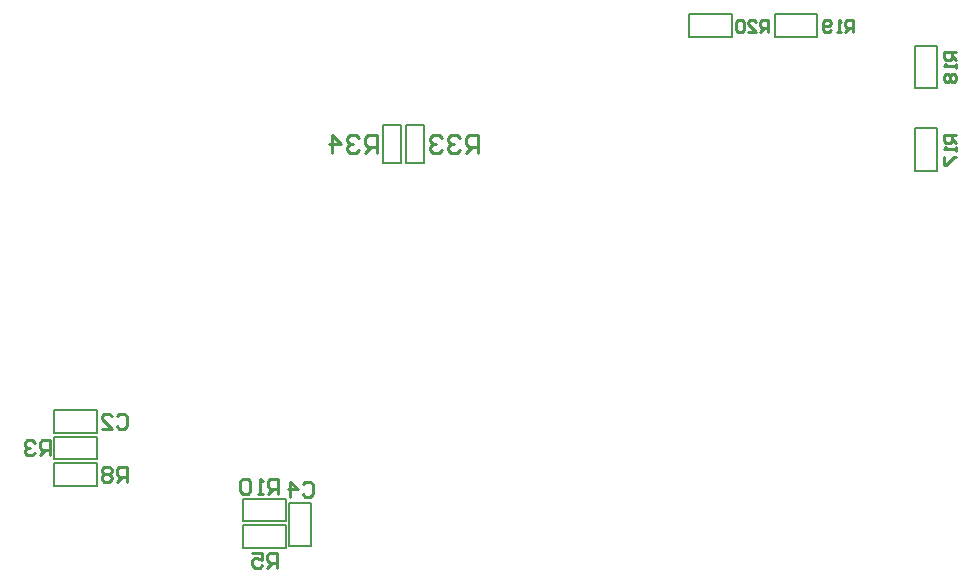
<source format=gbo>
G04*
G04 #@! TF.GenerationSoftware,Altium Limited,Altium Designer,21.7.1 (17)*
G04*
G04 Layer_Color=32896*
%FSLAX25Y25*%
%MOIN*%
G70*
G04*
G04 #@! TF.SameCoordinates,805F3405-D18D-4A14-B230-685FC2141578*
G04*
G04*
G04 #@! TF.FilePolarity,Positive*
G04*
G01*
G75*
%ADD10C,0.01000*%
%ADD12C,0.00787*%
D10*
X154651Y172198D02*
Y178196D01*
X151652D01*
X150652Y177196D01*
Y175197D01*
X151652Y174197D01*
X154651D01*
X152652D02*
X150652Y172198D01*
X148653Y177196D02*
X147653Y178196D01*
X145654D01*
X144654Y177196D01*
Y176197D01*
X145654Y175197D01*
X146653D01*
X145654D01*
X144654Y174197D01*
Y173197D01*
X145654Y172198D01*
X147653D01*
X148653Y173197D01*
X139656Y172198D02*
Y178196D01*
X142655Y175197D01*
X138656D01*
X188116Y172198D02*
Y178196D01*
X185117D01*
X184117Y177196D01*
Y175197D01*
X185117Y174197D01*
X188116D01*
X186116D02*
X184117Y172198D01*
X182117Y177196D02*
X181118Y178196D01*
X179118D01*
X178119Y177196D01*
Y176197D01*
X179118Y175197D01*
X180118D01*
X179118D01*
X178119Y174197D01*
Y173197D01*
X179118Y172198D01*
X181118D01*
X182117Y173197D01*
X176119Y177196D02*
X175120Y178196D01*
X173120D01*
X172121Y177196D01*
Y176197D01*
X173120Y175197D01*
X174120D01*
X173120D01*
X172121Y174197D01*
Y173197D01*
X173120Y172198D01*
X175120D01*
X176119Y173197D01*
X284859Y212568D02*
Y216566D01*
X282860D01*
X282193Y215900D01*
Y214567D01*
X282860Y213900D01*
X284859D01*
X283526D02*
X282193Y212568D01*
X278195D02*
X280860D01*
X278195Y215233D01*
Y215900D01*
X278861Y216566D01*
X280194D01*
X280860Y215900D01*
X276862D02*
X276195Y216566D01*
X274862D01*
X274196Y215900D01*
Y213234D01*
X274862Y212568D01*
X276195D01*
X276862Y213234D01*
Y215900D01*
X313069Y212568D02*
Y216566D01*
X311070D01*
X310403Y215900D01*
Y214567D01*
X311070Y213900D01*
X313069D01*
X311736D02*
X310403Y212568D01*
X309070D02*
X307738D01*
X308404D01*
Y216566D01*
X309070Y215900D01*
X305738Y213234D02*
X305072Y212568D01*
X303739D01*
X303073Y213234D01*
Y215900D01*
X303739Y216566D01*
X305072D01*
X305738Y215900D01*
Y215233D01*
X305072Y214567D01*
X303073D01*
X347472Y205786D02*
X343473D01*
Y203786D01*
X344140Y203120D01*
X345472D01*
X346139Y203786D01*
Y205786D01*
Y204453D02*
X347472Y203120D01*
Y201787D02*
Y200454D01*
Y201121D01*
X343473D01*
X344140Y201787D01*
Y198455D02*
X343473Y197788D01*
Y196456D01*
X344140Y195789D01*
X344806D01*
X345472Y196456D01*
X346139Y195789D01*
X346805D01*
X347472Y196456D01*
Y197788D01*
X346805Y198455D01*
X346139D01*
X345472Y197788D01*
X344806Y198455D01*
X344140D01*
X345472Y197788D02*
Y196456D01*
X347472Y178227D02*
X343473D01*
Y176227D01*
X344140Y175561D01*
X345472D01*
X346139Y176227D01*
Y178227D01*
Y176894D02*
X347472Y175561D01*
Y174228D02*
Y172895D01*
Y173562D01*
X343473D01*
X344140Y174228D01*
X343473Y170896D02*
Y168230D01*
X344140D01*
X346805Y170896D01*
X347472D01*
X121405Y58524D02*
Y63523D01*
X118906D01*
X118073Y62690D01*
Y61024D01*
X118906Y60191D01*
X121405D01*
X119739D02*
X118073Y58524D01*
X116407D02*
X114741D01*
X115574D01*
Y63523D01*
X116407Y62690D01*
X112242D02*
X111409Y63523D01*
X109743D01*
X108909Y62690D01*
Y59358D01*
X109743Y58524D01*
X111409D01*
X112242Y59358D01*
Y62690D01*
X71094Y62461D02*
Y67460D01*
X68595D01*
X67762Y66627D01*
Y64961D01*
X68595Y64128D01*
X71094D01*
X69428D02*
X67762Y62461D01*
X66096Y66627D02*
X65263Y67460D01*
X63597D01*
X62764Y66627D01*
Y65794D01*
X63597Y64961D01*
X62764Y64128D01*
Y63295D01*
X63597Y62461D01*
X65263D01*
X66096Y63295D01*
Y64128D01*
X65263Y64961D01*
X66096Y65794D01*
Y66627D01*
X65263Y64961D02*
X63597D01*
X121291Y33918D02*
Y38917D01*
X118792D01*
X117959Y38083D01*
Y36417D01*
X118792Y35584D01*
X121291D01*
X119625D02*
X117959Y33918D01*
X112961Y38917D02*
X116293D01*
Y36417D01*
X114627Y37250D01*
X113794D01*
X112961Y36417D01*
Y34751D01*
X113794Y33918D01*
X115460D01*
X116293Y34751D01*
X45504Y71320D02*
Y76318D01*
X43005D01*
X42172Y75485D01*
Y73819D01*
X43005Y72986D01*
X45504D01*
X43838D02*
X42172Y71320D01*
X40505Y75485D02*
X39672Y76318D01*
X38006D01*
X37173Y75485D01*
Y74652D01*
X38006Y73819D01*
X38839D01*
X38006D01*
X37173Y72986D01*
Y72153D01*
X38006Y71320D01*
X39672D01*
X40505Y72153D01*
X129770Y61705D02*
X130603Y62539D01*
X132269D01*
X133102Y61705D01*
Y58373D01*
X132269Y57540D01*
X130603D01*
X129770Y58373D01*
X125605Y57540D02*
Y62539D01*
X128104Y60039D01*
X124772D01*
X67762Y84343D02*
X68595Y85176D01*
X70261D01*
X71094Y84343D01*
Y81011D01*
X70261Y80178D01*
X68595D01*
X67762Y81011D01*
X62764Y80178D02*
X66096D01*
X62764Y83510D01*
Y84343D01*
X63597Y85176D01*
X65263D01*
X66096Y84343D01*
D12*
X156398Y170374D02*
Y180020D01*
X162500Y170374D02*
Y180020D01*
X156398Y168898D02*
Y170374D01*
Y168898D02*
X162500D01*
Y170374D01*
X156398Y180020D02*
Y181496D01*
X162500D01*
Y180020D02*
Y181496D01*
X164272Y170374D02*
Y180020D01*
X170374Y170374D02*
Y180020D01*
X164272Y168898D02*
Y170374D01*
Y168898D02*
X170374D01*
Y170374D01*
X164272Y180020D02*
Y181496D01*
X170374D01*
Y180020D02*
Y181496D01*
X333858Y166142D02*
X341339D01*
X333858D02*
Y180315D01*
X341339Y166142D02*
Y180315D01*
X333858D02*
X341339D01*
X333858Y193701D02*
X341339D01*
X333858D02*
Y207874D01*
X341339Y193701D02*
Y207874D01*
X333858D02*
X341339D01*
X301378Y210827D02*
Y218307D01*
X287205Y210827D02*
X301378D01*
X287205Y218307D02*
X301378D01*
X287205Y210827D02*
Y218307D01*
X272835Y210827D02*
Y218307D01*
X258661Y210827D02*
X272835D01*
X258661Y218307D02*
X272835D01*
X258661Y210827D02*
Y218307D01*
X132677Y41142D02*
Y55315D01*
X125197D02*
X132677D01*
X125197Y41142D02*
X132677D01*
X125197D02*
Y55315D01*
X47047Y78937D02*
X61221D01*
Y86417D01*
X47047Y78937D02*
Y86417D01*
X61221D01*
X124213Y49409D02*
Y56890D01*
X110039Y49409D02*
X124213D01*
X110039Y56890D02*
X124213D01*
X110039Y49409D02*
Y56890D01*
Y40551D02*
Y48031D01*
X124213D01*
X110039Y40551D02*
X124213D01*
Y48031D01*
X61221Y70079D02*
Y77559D01*
X47047Y70079D02*
X61221D01*
X47047Y77559D02*
X61221D01*
X47047Y70079D02*
Y77559D01*
Y61221D02*
Y68701D01*
X61221D01*
X47047Y61221D02*
X61221D01*
Y68701D01*
M02*

</source>
